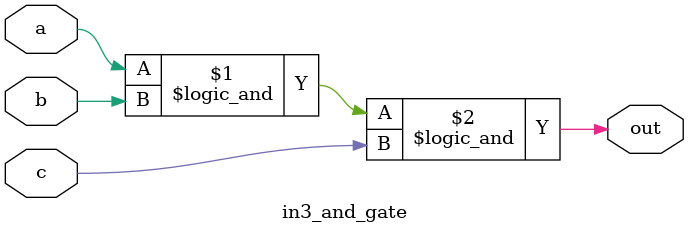
<source format=v>
module in3_and_gate(a, b, c, out);
    
    input a;
    input b;
    input c;

    output out;
    
    assign out = a && b && c;

endmodule
</source>
